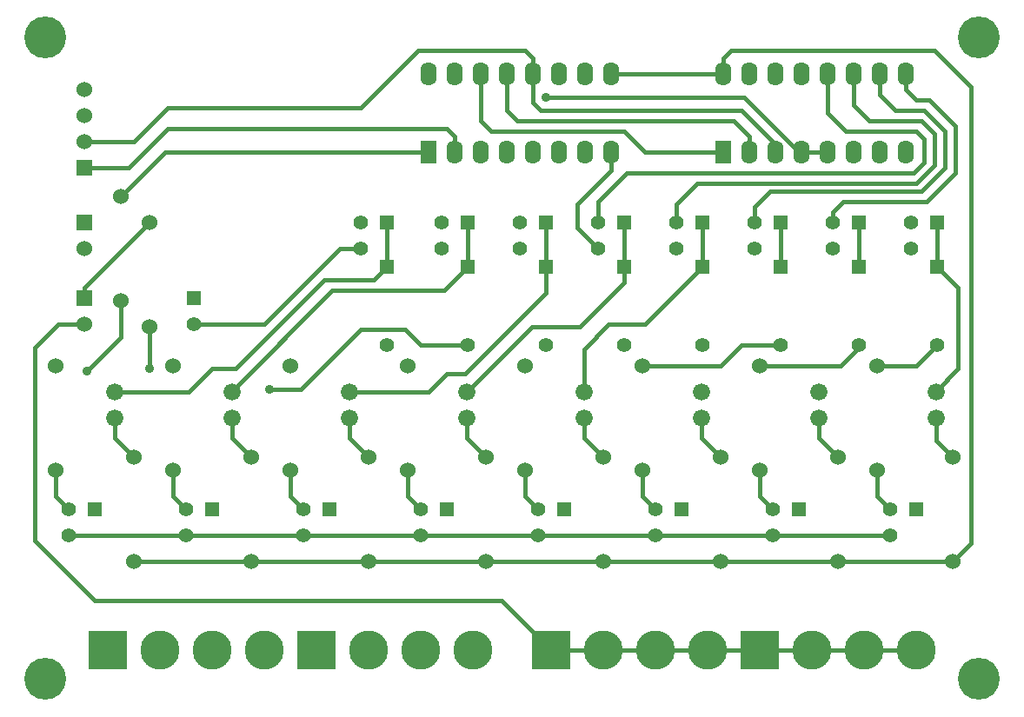
<source format=gbl>
G04 (created by PCBNEW (2013-jul-07)-stable) date Tue 04 Mar 2014 11:13:18 PM PST*
%MOIN*%
G04 Gerber Fmt 3.4, Leading zero omitted, Abs format*
%FSLAX34Y34*%
G01*
G70*
G90*
G04 APERTURE LIST*
%ADD10C,0.00590551*%
%ADD11R,0.055X0.055*%
%ADD12C,0.055*%
%ADD13C,0.06*%
%ADD14R,0.06X0.06*%
%ADD15C,0.066*%
%ADD16R,0.062X0.09*%
%ADD17O,0.062X0.09*%
%ADD18C,0.15*%
%ADD19R,0.15X0.15*%
%ADD20C,0.16*%
%ADD21C,0.035*%
%ADD22C,0.015*%
G04 APERTURE END LIST*
G54D10*
G54D11*
X93800Y-63500D03*
G54D12*
X92800Y-63500D03*
X92800Y-64500D03*
G54D11*
X102800Y-63500D03*
G54D12*
X101800Y-63500D03*
X101800Y-64500D03*
G54D11*
X99800Y-63500D03*
G54D12*
X98800Y-63500D03*
X98800Y-64500D03*
G54D11*
X96800Y-63500D03*
G54D12*
X95800Y-63500D03*
X95800Y-64500D03*
G54D11*
X90800Y-63500D03*
G54D12*
X89800Y-63500D03*
X89800Y-64500D03*
G54D11*
X87800Y-63500D03*
G54D12*
X86800Y-63500D03*
X86800Y-64500D03*
G54D11*
X81700Y-63500D03*
G54D12*
X80700Y-63500D03*
X80700Y-64500D03*
G54D11*
X84800Y-63500D03*
G54D12*
X83800Y-63500D03*
X83800Y-64500D03*
G54D11*
X79500Y-74500D03*
G54D12*
X78500Y-74500D03*
X78500Y-75500D03*
G54D11*
X88500Y-74500D03*
G54D12*
X87500Y-74500D03*
X87500Y-75500D03*
G54D11*
X102000Y-74500D03*
G54D12*
X101000Y-74500D03*
X101000Y-75500D03*
G54D11*
X97500Y-74500D03*
G54D12*
X96500Y-74500D03*
X96500Y-75500D03*
G54D11*
X93000Y-74500D03*
G54D12*
X92000Y-74500D03*
X92000Y-75500D03*
G54D11*
X84000Y-74500D03*
G54D12*
X83000Y-74500D03*
X83000Y-75500D03*
G54D11*
X75000Y-74500D03*
G54D12*
X74000Y-74500D03*
X74000Y-75500D03*
G54D11*
X70500Y-74500D03*
G54D12*
X69500Y-74500D03*
X69500Y-75500D03*
G54D13*
X94500Y-76500D03*
X94500Y-72500D03*
X72600Y-63500D03*
X72600Y-67500D03*
X87000Y-69000D03*
X87000Y-73000D03*
X90000Y-76500D03*
X90000Y-72500D03*
X100500Y-69000D03*
X100500Y-73000D03*
X103400Y-76500D03*
X103400Y-72500D03*
X96000Y-69000D03*
X96000Y-73000D03*
X99000Y-76500D03*
X99000Y-72500D03*
X91500Y-69000D03*
X91500Y-73000D03*
X69000Y-69000D03*
X69000Y-73000D03*
X82500Y-69000D03*
X82500Y-73000D03*
X85500Y-76500D03*
X85500Y-72500D03*
X71500Y-66500D03*
X71500Y-62500D03*
X72000Y-76500D03*
X72000Y-72500D03*
X76500Y-76500D03*
X76500Y-72500D03*
X73500Y-69000D03*
X73500Y-73000D03*
X81000Y-76500D03*
X81000Y-72500D03*
X78000Y-69000D03*
X78000Y-73000D03*
G54D14*
X70100Y-61400D03*
G54D13*
X70100Y-60400D03*
X70100Y-59400D03*
X70100Y-58400D03*
G54D14*
X70100Y-66400D03*
G54D13*
X70100Y-67400D03*
G54D14*
X70100Y-63500D03*
G54D13*
X70100Y-64500D03*
G54D15*
X93750Y-71000D03*
X93750Y-70000D03*
X75750Y-71000D03*
X75750Y-70000D03*
X89250Y-71000D03*
X89250Y-70000D03*
X71250Y-71000D03*
X71250Y-70000D03*
X102750Y-71000D03*
X102750Y-70000D03*
X84750Y-71000D03*
X84750Y-70000D03*
X80250Y-71000D03*
X80250Y-70000D03*
X98250Y-71000D03*
X98250Y-70000D03*
G54D16*
X83300Y-60800D03*
G54D17*
X84300Y-60800D03*
X85300Y-60800D03*
X86300Y-60800D03*
X87300Y-60800D03*
X88300Y-60800D03*
X89300Y-60800D03*
X90300Y-60800D03*
X90300Y-57800D03*
X89300Y-57800D03*
X88300Y-57800D03*
X87300Y-57800D03*
X86300Y-57800D03*
X85300Y-57800D03*
X84300Y-57800D03*
X83300Y-57800D03*
G54D16*
X94600Y-60800D03*
G54D17*
X95600Y-60800D03*
X96600Y-60800D03*
X97600Y-60800D03*
X98600Y-60800D03*
X99600Y-60800D03*
X100600Y-60800D03*
X101600Y-60800D03*
X101600Y-57800D03*
X100600Y-57800D03*
X99600Y-57800D03*
X98600Y-57800D03*
X97600Y-57800D03*
X96600Y-57800D03*
X95600Y-57800D03*
X94600Y-57800D03*
G54D11*
X74300Y-66400D03*
G54D12*
X74300Y-67400D03*
G54D18*
X73000Y-79900D03*
X75000Y-79900D03*
G54D19*
X71000Y-79900D03*
G54D18*
X77000Y-79900D03*
X81000Y-79900D03*
X83000Y-79900D03*
G54D19*
X79000Y-79900D03*
G54D18*
X85000Y-79900D03*
X90000Y-79900D03*
X92000Y-79900D03*
G54D19*
X88000Y-79900D03*
G54D18*
X94000Y-79900D03*
X98000Y-79900D03*
X100000Y-79900D03*
G54D19*
X96000Y-79900D03*
G54D18*
X102000Y-79900D03*
G54D11*
X81700Y-65200D03*
G54D12*
X81700Y-68200D03*
G54D11*
X84800Y-65200D03*
G54D12*
X84800Y-68200D03*
G54D11*
X87800Y-65200D03*
G54D12*
X87800Y-68200D03*
G54D11*
X90800Y-65200D03*
G54D12*
X90800Y-68200D03*
G54D11*
X96800Y-65200D03*
G54D12*
X96800Y-68200D03*
G54D11*
X99800Y-65200D03*
G54D12*
X99800Y-68200D03*
G54D11*
X102800Y-65200D03*
G54D12*
X102800Y-68200D03*
G54D11*
X93800Y-65200D03*
G54D12*
X93800Y-68200D03*
G54D20*
X68600Y-56400D03*
X104400Y-56400D03*
X104400Y-81000D03*
X68600Y-81000D03*
G54D21*
X70200Y-69200D03*
X72600Y-69100D03*
X87800Y-58700D03*
X77200Y-69900D03*
G54D22*
X94600Y-57800D02*
X94600Y-57200D01*
X104100Y-75800D02*
X103400Y-76500D01*
X104100Y-58300D02*
X104100Y-75800D01*
X102700Y-56900D02*
X104100Y-58300D01*
X94900Y-56900D02*
X102700Y-56900D01*
X94600Y-57200D02*
X94900Y-56900D01*
X71500Y-67900D02*
X71500Y-66500D01*
X70200Y-69200D02*
X71500Y-67900D01*
X94600Y-57800D02*
X90300Y-57800D01*
X99000Y-76500D02*
X103400Y-76500D01*
X94500Y-76500D02*
X98750Y-76500D01*
X90000Y-76500D02*
X94500Y-76500D01*
X85500Y-76500D02*
X90000Y-76500D01*
X81000Y-76500D02*
X85500Y-76500D01*
X76500Y-76500D02*
X81000Y-76500D01*
X72000Y-76500D02*
X76500Y-76500D01*
X70100Y-60400D02*
X72000Y-60400D01*
X87300Y-57200D02*
X87300Y-57800D01*
X87000Y-56900D02*
X87300Y-57200D01*
X82900Y-56900D02*
X87000Y-56900D01*
X80700Y-59100D02*
X82900Y-56900D01*
X73300Y-59100D02*
X80700Y-59100D01*
X72000Y-60400D02*
X73300Y-59100D01*
X96600Y-60800D02*
X96600Y-60500D01*
X87300Y-58900D02*
X87300Y-57800D01*
X87600Y-59200D02*
X87300Y-58900D01*
X95300Y-59200D02*
X87600Y-59200D01*
X96600Y-60500D02*
X95300Y-59200D01*
X70100Y-61400D02*
X71800Y-61400D01*
X84300Y-60200D02*
X84300Y-60800D01*
X84000Y-59900D02*
X84300Y-60200D01*
X73300Y-59900D02*
X84000Y-59900D01*
X71800Y-61400D02*
X73300Y-59900D01*
X72600Y-67500D02*
X72600Y-69100D01*
X96500Y-75500D02*
X101000Y-75500D01*
X92000Y-75500D02*
X96500Y-75500D01*
X87500Y-75500D02*
X92000Y-75500D01*
X83000Y-75500D02*
X87500Y-75500D01*
X78500Y-75500D02*
X83000Y-75500D01*
X74000Y-75500D02*
X78500Y-75500D01*
X69500Y-75500D02*
X74000Y-75500D01*
X98600Y-57800D02*
X98600Y-59300D01*
X89800Y-62700D02*
X89800Y-63500D01*
X90900Y-61600D02*
X89800Y-62700D01*
X101900Y-61600D02*
X90900Y-61600D01*
X102300Y-61200D02*
X101900Y-61600D01*
X102300Y-60300D02*
X102300Y-61200D01*
X102000Y-60000D02*
X102300Y-60300D01*
X99300Y-60000D02*
X102000Y-60000D01*
X98600Y-59300D02*
X99300Y-60000D01*
X99600Y-57800D02*
X99600Y-59000D01*
X92800Y-62800D02*
X92800Y-63500D01*
X93600Y-62000D02*
X92800Y-62800D01*
X102000Y-62000D02*
X93600Y-62000D01*
X102700Y-61300D02*
X102000Y-62000D01*
X102700Y-60100D02*
X102700Y-61300D01*
X102200Y-59600D02*
X102700Y-60100D01*
X100200Y-59600D02*
X102200Y-59600D01*
X99600Y-59000D02*
X100200Y-59600D01*
X100600Y-57800D02*
X100600Y-58600D01*
X95800Y-62900D02*
X95800Y-63500D01*
X96400Y-62300D02*
X95800Y-62900D01*
X102200Y-62300D02*
X96400Y-62300D01*
X103100Y-61400D02*
X102200Y-62300D01*
X103100Y-60000D02*
X103100Y-61400D01*
X102300Y-59200D02*
X103100Y-60000D01*
X101200Y-59200D02*
X102300Y-59200D01*
X100600Y-58600D02*
X101200Y-59200D01*
X101600Y-57800D02*
X101600Y-58400D01*
X98800Y-63100D02*
X98800Y-63500D01*
X99200Y-62700D02*
X98800Y-63100D01*
X102400Y-62700D02*
X99200Y-62700D01*
X103500Y-61600D02*
X102400Y-62700D01*
X103500Y-59800D02*
X103500Y-61600D01*
X102500Y-58800D02*
X103500Y-59800D01*
X102000Y-58800D02*
X102500Y-58800D01*
X101600Y-58400D02*
X102000Y-58800D01*
X80700Y-64500D02*
X79900Y-64500D01*
X77000Y-67400D02*
X74300Y-67400D01*
X79900Y-64500D02*
X77000Y-67400D01*
X90300Y-60800D02*
X90300Y-61500D01*
X89000Y-63700D02*
X89800Y-64500D01*
X89000Y-62800D02*
X89000Y-63700D01*
X90300Y-61500D02*
X89000Y-62800D01*
X70100Y-66400D02*
X70100Y-66000D01*
X70100Y-66000D02*
X72600Y-63500D01*
X88000Y-79900D02*
X86100Y-78000D01*
X69100Y-67400D02*
X70100Y-67400D01*
X68200Y-68300D02*
X69100Y-67400D01*
X68200Y-75700D02*
X68200Y-68300D01*
X70500Y-78000D02*
X68200Y-75700D01*
X86100Y-78000D02*
X70500Y-78000D01*
X100000Y-79900D02*
X102000Y-79900D01*
X98000Y-79900D02*
X100000Y-79900D01*
X96000Y-79900D02*
X98000Y-79900D01*
X94000Y-79900D02*
X96000Y-79900D01*
X92000Y-79900D02*
X94000Y-79900D01*
X90000Y-79900D02*
X92000Y-79900D01*
X88000Y-79900D02*
X90000Y-79900D01*
X83300Y-60800D02*
X73200Y-60800D01*
X73200Y-60800D02*
X71500Y-62500D01*
X95600Y-60800D02*
X95600Y-60200D01*
X86300Y-59200D02*
X86300Y-57800D01*
X86700Y-59600D02*
X86300Y-59200D01*
X95000Y-59600D02*
X86700Y-59600D01*
X95600Y-60200D02*
X95000Y-59600D01*
X94600Y-60800D02*
X91600Y-60800D01*
X85300Y-59600D02*
X85300Y-57800D01*
X85700Y-60000D02*
X85300Y-59600D01*
X90800Y-60000D02*
X85700Y-60000D01*
X91600Y-60800D02*
X90800Y-60000D01*
X97600Y-60800D02*
X97500Y-60800D01*
X95400Y-58700D02*
X87800Y-58700D01*
X97500Y-60800D02*
X95400Y-58700D01*
X98600Y-60800D02*
X97600Y-60800D01*
X96800Y-65200D02*
X96800Y-63500D01*
X93750Y-71000D02*
X93750Y-71750D01*
X93750Y-71750D02*
X94500Y-72500D01*
X96800Y-68200D02*
X95300Y-68200D01*
X94500Y-69000D02*
X91500Y-69000D01*
X95300Y-68200D02*
X94500Y-69000D01*
X91500Y-73000D02*
X91500Y-74000D01*
X91500Y-74000D02*
X92000Y-74500D01*
X73500Y-73000D02*
X73500Y-74000D01*
X73500Y-74000D02*
X74000Y-74500D01*
X84800Y-68200D02*
X83000Y-68200D01*
X78400Y-69900D02*
X77200Y-69900D01*
X80700Y-67600D02*
X78400Y-69900D01*
X82400Y-67600D02*
X80700Y-67600D01*
X83000Y-68200D02*
X82400Y-67600D01*
X75750Y-71000D02*
X75750Y-71750D01*
X75750Y-71750D02*
X76500Y-72500D01*
X75750Y-70000D02*
X75750Y-69950D01*
X83900Y-66100D02*
X84800Y-65200D01*
X79600Y-66100D02*
X83900Y-66100D01*
X75750Y-69950D02*
X79600Y-66100D01*
X84800Y-65200D02*
X84800Y-63500D01*
X87800Y-65200D02*
X87800Y-66200D01*
X83300Y-70000D02*
X80250Y-70000D01*
X84000Y-69300D02*
X83300Y-70000D01*
X84700Y-69300D02*
X84000Y-69300D01*
X87800Y-66200D02*
X84700Y-69300D01*
X87800Y-65200D02*
X87800Y-63500D01*
X78000Y-73000D02*
X78000Y-74000D01*
X78000Y-74000D02*
X78500Y-74500D01*
X80250Y-71000D02*
X80250Y-71750D01*
X80250Y-71750D02*
X81000Y-72500D01*
X82500Y-73000D02*
X82500Y-74000D01*
X82500Y-74000D02*
X83000Y-74500D01*
X90800Y-65200D02*
X90800Y-65800D01*
X87250Y-67500D02*
X84750Y-70000D01*
X89100Y-67500D02*
X87250Y-67500D01*
X90800Y-65800D02*
X89100Y-67500D01*
X90800Y-65200D02*
X90800Y-63500D01*
X84750Y-71000D02*
X84750Y-71750D01*
X84750Y-71750D02*
X85500Y-72500D01*
X71250Y-71000D02*
X71250Y-71750D01*
X71250Y-71750D02*
X72000Y-72500D01*
X81700Y-65200D02*
X81200Y-65700D01*
X74100Y-70000D02*
X71250Y-70000D01*
X75000Y-69100D02*
X74100Y-70000D01*
X75900Y-69100D02*
X75000Y-69100D01*
X79300Y-65700D02*
X75900Y-69100D01*
X81200Y-65700D02*
X79300Y-65700D01*
X81700Y-65200D02*
X81700Y-63500D01*
X69000Y-73000D02*
X69000Y-74000D01*
X69000Y-74000D02*
X69500Y-74500D01*
X89250Y-71000D02*
X89250Y-71750D01*
X89250Y-71750D02*
X90000Y-72500D01*
X93800Y-65200D02*
X91600Y-67400D01*
X89250Y-68350D02*
X89250Y-70000D01*
X90200Y-67400D02*
X89250Y-68350D01*
X91600Y-67400D02*
X90200Y-67400D01*
X93800Y-65200D02*
X93800Y-63500D01*
X87000Y-73000D02*
X87000Y-74000D01*
X87000Y-74000D02*
X87500Y-74500D01*
X100500Y-73000D02*
X100500Y-74000D01*
X100500Y-74000D02*
X101000Y-74500D01*
X102800Y-68200D02*
X102000Y-69000D01*
X102000Y-69000D02*
X100500Y-69000D01*
X102750Y-70000D02*
X102750Y-69950D01*
X103600Y-66000D02*
X102800Y-65200D01*
X103600Y-69100D02*
X103600Y-66000D01*
X102750Y-69950D02*
X103600Y-69100D01*
X102800Y-63500D02*
X102800Y-65200D01*
X102750Y-71000D02*
X102750Y-71850D01*
X102750Y-71850D02*
X103400Y-72500D01*
X98250Y-71000D02*
X98250Y-71750D01*
X98250Y-71750D02*
X99000Y-72500D01*
X99800Y-63500D02*
X99800Y-65200D01*
X99800Y-68200D02*
X99800Y-68300D01*
X99100Y-69000D02*
X96000Y-69000D01*
X99800Y-68300D02*
X99100Y-69000D01*
X96000Y-73000D02*
X96000Y-74000D01*
X96000Y-74000D02*
X96500Y-74500D01*
M02*

</source>
